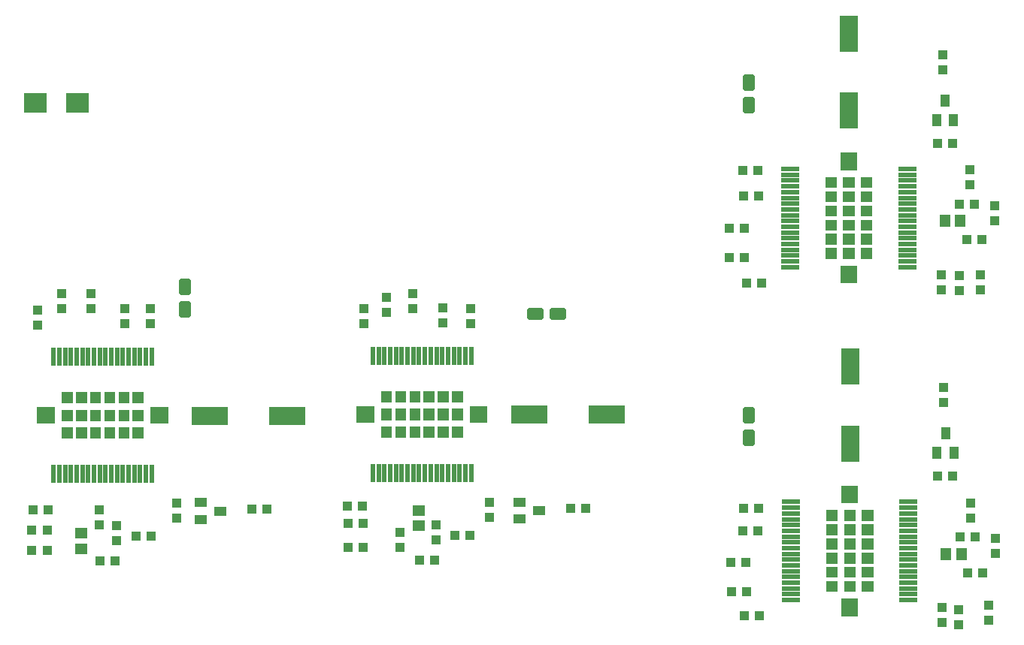
<source format=gtp>
G04 Layer_Color=8421504*
%FSLAX25Y25*%
%MOIN*%
G70*
G01*
G75*
%ADD12R,0.07835X0.01890*%
%ADD15R,0.01890X0.07835*%
%ADD16R,0.03937X0.04331*%
%ADD17R,0.04331X0.03937*%
%ADD18R,0.09842X0.08661*%
%ADD19R,0.03937X0.05512*%
%ADD20R,0.05512X0.03937*%
%ADD21R,0.07874X0.16142*%
%ADD22R,0.04528X0.05787*%
G04:AMPARAMS|DCode=23|XSize=71.26mil|YSize=51.97mil|CornerRadius=6.5mil|HoleSize=0mil|Usage=FLASHONLY|Rotation=90.000|XOffset=0mil|YOffset=0mil|HoleType=Round|Shape=RoundedRectangle|*
%AMROUNDEDRECTD23*
21,1,0.07126,0.03898,0,0,90.0*
21,1,0.05827,0.05197,0,0,90.0*
1,1,0.01299,0.01949,0.02913*
1,1,0.01299,0.01949,-0.02913*
1,1,0.01299,-0.01949,-0.02913*
1,1,0.01299,-0.01949,0.02913*
%
%ADD23ROUNDEDRECTD23*%
%ADD24R,0.16142X0.07874*%
%ADD25R,0.05787X0.04528*%
G04:AMPARAMS|DCode=26|XSize=71.26mil|YSize=51.97mil|CornerRadius=6.5mil|HoleSize=0mil|Usage=FLASHONLY|Rotation=0.000|XOffset=0mil|YOffset=0mil|HoleType=Round|Shape=RoundedRectangle|*
%AMROUNDEDRECTD26*
21,1,0.07126,0.03898,0,0,0.0*
21,1,0.05827,0.05197,0,0,0.0*
1,1,0.01299,0.02913,-0.01949*
1,1,0.01299,-0.02913,-0.01949*
1,1,0.01299,-0.02913,0.01949*
1,1,0.01299,0.02913,0.01949*
%
%ADD26ROUNDEDRECTD26*%
G36*
X175313Y139810D02*
X170431D01*
Y144889D01*
X175313D01*
Y139810D01*
D02*
G37*
G36*
X65223Y139410D02*
X60341D01*
Y144489D01*
X65223D01*
Y139410D01*
D02*
G37*
G36*
X181613Y139810D02*
X176731D01*
Y144889D01*
X181613D01*
Y139810D01*
D02*
G37*
G36*
X194211D02*
X189329D01*
Y144889D01*
X194211D01*
Y139810D01*
D02*
G37*
G36*
X187912D02*
X183030D01*
Y144889D01*
X187912D01*
Y139810D01*
D02*
G37*
G36*
X40026Y139410D02*
X35144D01*
Y144489D01*
X40026D01*
Y139410D01*
D02*
G37*
G36*
X33727D02*
X28845D01*
Y144489D01*
X33727D01*
Y139410D01*
D02*
G37*
G36*
X46325D02*
X41443D01*
Y144489D01*
X46325D01*
Y139410D01*
D02*
G37*
G36*
X58924D02*
X54042D01*
Y144489D01*
X58924D01*
Y139410D01*
D02*
G37*
G36*
X52624D02*
X47743D01*
Y144489D01*
X52624D01*
Y139410D01*
D02*
G37*
G36*
X33727Y147284D02*
X28845D01*
Y152363D01*
X33727D01*
Y147284D01*
D02*
G37*
G36*
X217656Y146613D02*
X209782D01*
Y153834D01*
X217656D01*
Y146613D01*
D02*
G37*
G36*
X40026Y147284D02*
X35144D01*
Y152363D01*
X40026D01*
Y147284D01*
D02*
G37*
G36*
X52624D02*
X47743D01*
Y152363D01*
X52624D01*
Y147284D01*
D02*
G37*
G36*
X46325D02*
X41443D01*
Y152363D01*
X46325D01*
Y147284D01*
D02*
G37*
G36*
X206809Y139810D02*
X201928D01*
Y144889D01*
X206809D01*
Y139810D01*
D02*
G37*
G36*
X200510D02*
X195628D01*
Y144889D01*
X200510D01*
Y139810D01*
D02*
G37*
G36*
X25872Y146213D02*
X17998D01*
Y153434D01*
X25872D01*
Y146213D01*
D02*
G37*
G36*
X167459Y146613D02*
X159585D01*
Y153834D01*
X167459D01*
Y146613D01*
D02*
G37*
G36*
X76069Y146213D02*
X68195D01*
Y153434D01*
X76069D01*
Y146213D01*
D02*
G37*
G36*
X388690Y77731D02*
X383611D01*
Y82613D01*
X388690D01*
Y77731D01*
D02*
G37*
G36*
X380816D02*
X375737D01*
Y82613D01*
X380816D01*
Y77731D01*
D02*
G37*
G36*
X372942Y84030D02*
X367863D01*
Y88912D01*
X372942D01*
Y84030D01*
D02*
G37*
G36*
X388690D02*
X383611D01*
Y88912D01*
X388690D01*
Y84030D01*
D02*
G37*
G36*
X380816D02*
X375737D01*
Y88912D01*
X380816D01*
Y84030D01*
D02*
G37*
G36*
X372942Y71431D02*
X367863D01*
Y76313D01*
X372942D01*
Y71431D01*
D02*
G37*
G36*
X381887Y60585D02*
X374666D01*
Y68459D01*
X381887D01*
Y60585D01*
D02*
G37*
G36*
X380816Y71431D02*
X375737D01*
Y76313D01*
X380816D01*
Y71431D01*
D02*
G37*
G36*
X372942Y77731D02*
X367863D01*
Y82613D01*
X372942D01*
Y77731D01*
D02*
G37*
G36*
X388690Y71431D02*
X383611D01*
Y76313D01*
X388690D01*
Y71431D01*
D02*
G37*
G36*
X372942Y102928D02*
X367863D01*
Y107809D01*
X372942D01*
Y102928D01*
D02*
G37*
G36*
X388690Y96628D02*
X383611D01*
Y101510D01*
X388690D01*
Y96628D01*
D02*
G37*
G36*
X380816Y102928D02*
X375737D01*
Y107809D01*
X380816D01*
Y102928D01*
D02*
G37*
G36*
X381887Y110782D02*
X374666D01*
Y118656D01*
X381887D01*
Y110782D01*
D02*
G37*
G36*
X388690Y102928D02*
X383611D01*
Y107809D01*
X388690D01*
Y102928D01*
D02*
G37*
G36*
X380816Y90329D02*
X375737D01*
Y95211D01*
X380816D01*
Y90329D01*
D02*
G37*
G36*
X372942D02*
X367863D01*
Y95211D01*
X372942D01*
Y90329D01*
D02*
G37*
G36*
X388690D02*
X383611D01*
Y95211D01*
X388690D01*
Y90329D01*
D02*
G37*
G36*
X380816Y96628D02*
X375737D01*
Y101510D01*
X380816D01*
Y96628D01*
D02*
G37*
G36*
X372942D02*
X367863D01*
Y101510D01*
X372942D01*
Y96628D01*
D02*
G37*
G36*
X388290Y225517D02*
X383211D01*
Y230399D01*
X388290D01*
Y225517D01*
D02*
G37*
G36*
X380416D02*
X375337D01*
Y230399D01*
X380416D01*
Y225517D01*
D02*
G37*
G36*
X372542Y231817D02*
X367463D01*
Y236698D01*
X372542D01*
Y231817D01*
D02*
G37*
G36*
X388290D02*
X383211D01*
Y236698D01*
X388290D01*
Y231817D01*
D02*
G37*
G36*
X380416D02*
X375337D01*
Y236698D01*
X380416D01*
Y231817D01*
D02*
G37*
G36*
X372542Y219218D02*
X367463D01*
Y224100D01*
X372542D01*
Y219218D01*
D02*
G37*
G36*
X381487Y208372D02*
X374266D01*
Y216246D01*
X381487D01*
Y208372D01*
D02*
G37*
G36*
X380416Y219218D02*
X375337D01*
Y224100D01*
X380416D01*
Y219218D01*
D02*
G37*
G36*
X372542Y225517D02*
X367463D01*
Y230399D01*
X372542D01*
Y225517D01*
D02*
G37*
G36*
X388290Y219218D02*
X383211D01*
Y224100D01*
X388290D01*
Y219218D01*
D02*
G37*
G36*
X372542Y250714D02*
X367463D01*
Y255596D01*
X372542D01*
Y250714D01*
D02*
G37*
G36*
X388290Y244415D02*
X383211D01*
Y249297D01*
X388290D01*
Y244415D01*
D02*
G37*
G36*
X380416Y250714D02*
X375337D01*
Y255596D01*
X380416D01*
Y250714D01*
D02*
G37*
G36*
X381487Y258569D02*
X374266D01*
Y266442D01*
X381487D01*
Y258569D01*
D02*
G37*
G36*
X388290Y250714D02*
X383211D01*
Y255596D01*
X388290D01*
Y250714D01*
D02*
G37*
G36*
X380416Y238116D02*
X375337D01*
Y242998D01*
X380416D01*
Y238116D01*
D02*
G37*
G36*
X372542D02*
X367463D01*
Y242998D01*
X372542D01*
Y238116D01*
D02*
G37*
G36*
X388290D02*
X383211D01*
Y242998D01*
X388290D01*
Y238116D01*
D02*
G37*
G36*
X380416Y244415D02*
X375337D01*
Y249297D01*
X380416D01*
Y244415D01*
D02*
G37*
G36*
X372542D02*
X367463D01*
Y249297D01*
X372542D01*
Y244415D01*
D02*
G37*
G36*
X200510Y147684D02*
X195628D01*
Y152763D01*
X200510D01*
Y147684D01*
D02*
G37*
G36*
X194211D02*
X189329D01*
Y152763D01*
X194211D01*
Y147684D01*
D02*
G37*
G36*
X206809D02*
X201928D01*
Y152763D01*
X206809D01*
Y147684D01*
D02*
G37*
G36*
X40026Y155158D02*
X35144D01*
Y160237D01*
X40026D01*
Y155158D01*
D02*
G37*
G36*
X33727D02*
X28845D01*
Y160237D01*
X33727D01*
Y155158D01*
D02*
G37*
G36*
X65223Y147284D02*
X60341D01*
Y152363D01*
X65223D01*
Y147284D01*
D02*
G37*
G36*
X58924D02*
X54042D01*
Y152363D01*
X58924D01*
Y147284D01*
D02*
G37*
G36*
X175313Y147684D02*
X170431D01*
Y152763D01*
X175313D01*
Y147684D01*
D02*
G37*
G36*
X187912D02*
X183030D01*
Y152763D01*
X187912D01*
Y147684D01*
D02*
G37*
G36*
X181613D02*
X176731D01*
Y152763D01*
X181613D01*
Y147684D01*
D02*
G37*
G36*
X187912Y155558D02*
X183030D01*
Y160637D01*
X187912D01*
Y155558D01*
D02*
G37*
G36*
X181613D02*
X176731D01*
Y160637D01*
X181613D01*
Y155558D01*
D02*
G37*
G36*
X194211D02*
X189329D01*
Y160637D01*
X194211D01*
Y155558D01*
D02*
G37*
G36*
X206809D02*
X201928D01*
Y160637D01*
X206809D01*
Y155558D01*
D02*
G37*
G36*
X200510D02*
X195628D01*
Y160637D01*
X200510D01*
Y155558D01*
D02*
G37*
G36*
X52624Y155158D02*
X47743D01*
Y160237D01*
X52624D01*
Y155158D01*
D02*
G37*
G36*
X46325D02*
X41443D01*
Y160237D01*
X46325D01*
Y155158D01*
D02*
G37*
G36*
X58924D02*
X54042D01*
Y160237D01*
X58924D01*
Y155158D01*
D02*
G37*
G36*
X175313Y155558D02*
X170431D01*
Y160637D01*
X175313D01*
Y155558D01*
D02*
G37*
G36*
X65223Y155158D02*
X60341D01*
Y160237D01*
X65223D01*
Y155158D01*
D02*
G37*
D12*
X351853Y215655D02*
D03*
Y218214D02*
D03*
Y220773D02*
D03*
Y223332D02*
D03*
Y225891D02*
D03*
Y228450D02*
D03*
Y231009D02*
D03*
Y233569D02*
D03*
Y236128D02*
D03*
Y238687D02*
D03*
Y241246D02*
D03*
Y243805D02*
D03*
Y246364D02*
D03*
Y248923D02*
D03*
Y251482D02*
D03*
Y254041D02*
D03*
Y256600D02*
D03*
Y259159D02*
D03*
X403900D02*
D03*
Y256600D02*
D03*
Y254041D02*
D03*
Y251482D02*
D03*
Y248923D02*
D03*
Y246364D02*
D03*
Y243805D02*
D03*
Y241246D02*
D03*
Y238687D02*
D03*
Y236128D02*
D03*
Y233569D02*
D03*
Y231009D02*
D03*
Y228450D02*
D03*
Y225891D02*
D03*
Y223332D02*
D03*
Y220773D02*
D03*
Y218214D02*
D03*
Y215655D02*
D03*
X352253Y67869D02*
D03*
Y70428D02*
D03*
Y72987D02*
D03*
Y75546D02*
D03*
Y78105D02*
D03*
Y80664D02*
D03*
Y83223D02*
D03*
Y85782D02*
D03*
Y88341D02*
D03*
Y90900D02*
D03*
Y93459D02*
D03*
Y96018D02*
D03*
Y98577D02*
D03*
Y101136D02*
D03*
Y103695D02*
D03*
Y106254D02*
D03*
Y108813D02*
D03*
Y111372D02*
D03*
X404300D02*
D03*
Y108813D02*
D03*
Y106254D02*
D03*
Y103695D02*
D03*
Y101136D02*
D03*
Y98577D02*
D03*
Y96018D02*
D03*
Y93459D02*
D03*
Y90900D02*
D03*
Y88341D02*
D03*
Y85782D02*
D03*
Y83223D02*
D03*
Y80664D02*
D03*
Y78105D02*
D03*
Y75546D02*
D03*
Y72987D02*
D03*
Y70428D02*
D03*
Y67869D02*
D03*
D15*
X166868Y176247D02*
D03*
X169428D02*
D03*
X171987D02*
D03*
X174546D02*
D03*
X177105D02*
D03*
X179664D02*
D03*
X182223D02*
D03*
X184782D02*
D03*
X187341D02*
D03*
X189900D02*
D03*
X192459D02*
D03*
X195018D02*
D03*
X197577D02*
D03*
X200136D02*
D03*
X202695D02*
D03*
X205254D02*
D03*
X207813D02*
D03*
X210372D02*
D03*
Y124200D02*
D03*
X207813D02*
D03*
X205254D02*
D03*
X202695D02*
D03*
X200136D02*
D03*
X197577D02*
D03*
X195018D02*
D03*
X192459D02*
D03*
X189900D02*
D03*
X187341D02*
D03*
X184782D02*
D03*
X182223D02*
D03*
X179664D02*
D03*
X177105D02*
D03*
X174546D02*
D03*
X171987D02*
D03*
X169428D02*
D03*
X166868D02*
D03*
X25282Y175847D02*
D03*
X27841D02*
D03*
X30400D02*
D03*
X32959D02*
D03*
X35518D02*
D03*
X38077D02*
D03*
X40636D02*
D03*
X43195D02*
D03*
X45754D02*
D03*
X48313D02*
D03*
X50872D02*
D03*
X53431D02*
D03*
X55990D02*
D03*
X58550D02*
D03*
X61109D02*
D03*
X63668D02*
D03*
X66227D02*
D03*
X68786D02*
D03*
Y123800D02*
D03*
X66227D02*
D03*
X63668D02*
D03*
X61109D02*
D03*
X58550D02*
D03*
X55990D02*
D03*
X53431D02*
D03*
X50872D02*
D03*
X48313D02*
D03*
X45754D02*
D03*
X43195D02*
D03*
X40636D02*
D03*
X38077D02*
D03*
X35518D02*
D03*
X32959D02*
D03*
X30400D02*
D03*
X27841D02*
D03*
X25282D02*
D03*
D16*
X436100Y205453D02*
D03*
Y212146D02*
D03*
X442453Y236173D02*
D03*
Y242866D02*
D03*
X439900Y58854D02*
D03*
Y65547D02*
D03*
X442853Y88387D02*
D03*
Y95079D02*
D03*
X419554Y303273D02*
D03*
Y309966D02*
D03*
X419800Y155640D02*
D03*
Y162333D02*
D03*
X28700Y203893D02*
D03*
Y197200D02*
D03*
X41700Y203847D02*
D03*
Y197153D02*
D03*
X431500Y258766D02*
D03*
Y252073D02*
D03*
X427000Y205153D02*
D03*
Y211846D02*
D03*
X418700Y205640D02*
D03*
Y212333D02*
D03*
X431900Y110979D02*
D03*
Y104287D02*
D03*
X426500Y56853D02*
D03*
Y63547D02*
D03*
X419100Y57854D02*
D03*
Y64547D02*
D03*
X218387Y104654D02*
D03*
Y111346D02*
D03*
X178987Y91172D02*
D03*
Y97865D02*
D03*
X194887Y101247D02*
D03*
Y94554D02*
D03*
X162700Y197346D02*
D03*
Y190654D02*
D03*
X210300Y197346D02*
D03*
Y190654D02*
D03*
X197687Y197646D02*
D03*
Y190954D02*
D03*
X80000Y104253D02*
D03*
Y110947D02*
D03*
X45400Y101300D02*
D03*
Y107993D02*
D03*
X53300Y100847D02*
D03*
Y94153D02*
D03*
X18300Y196546D02*
D03*
Y189854D02*
D03*
X68300Y197247D02*
D03*
Y190553D02*
D03*
X56900Y197247D02*
D03*
Y190553D02*
D03*
X184600Y197254D02*
D03*
Y203946D02*
D03*
X173000Y195454D02*
D03*
Y202147D02*
D03*
D17*
X155853Y91300D02*
D03*
X162547D02*
D03*
X187387Y85646D02*
D03*
X194079D02*
D03*
X15653Y90000D02*
D03*
X22346D02*
D03*
X45800Y85246D02*
D03*
X52493D02*
D03*
X254640Y108700D02*
D03*
X261333D02*
D03*
X113054Y108300D02*
D03*
X119746D02*
D03*
X324954Y219900D02*
D03*
X331646D02*
D03*
X324853Y232800D02*
D03*
X331546D02*
D03*
X423846Y270400D02*
D03*
X417154D02*
D03*
X436928Y227773D02*
D03*
X430235D02*
D03*
X426854Y243673D02*
D03*
X433546D02*
D03*
X332500Y208600D02*
D03*
X339193D02*
D03*
X330954Y258500D02*
D03*
X337647D02*
D03*
X331053Y247300D02*
D03*
X337747D02*
D03*
X423846Y123000D02*
D03*
X417154D02*
D03*
X437328Y79987D02*
D03*
X430635D02*
D03*
X427253Y95887D02*
D03*
X433947D02*
D03*
X331353Y60800D02*
D03*
X338047D02*
D03*
X331153Y108687D02*
D03*
X337846D02*
D03*
X330753Y98577D02*
D03*
X337446D02*
D03*
X209980Y96600D02*
D03*
X203287D02*
D03*
X155853Y102000D02*
D03*
X162547D02*
D03*
X155553Y109700D02*
D03*
X162247D02*
D03*
X68393Y96200D02*
D03*
X61700D02*
D03*
X15653Y99000D02*
D03*
X22346D02*
D03*
X16153Y108000D02*
D03*
X22847D02*
D03*
X332147Y84400D02*
D03*
X325453D02*
D03*
X332447Y71700D02*
D03*
X325753D02*
D03*
D18*
X35752Y288500D02*
D03*
X17248D02*
D03*
D19*
X416753Y280720D02*
D03*
X424234D02*
D03*
X420494Y289381D02*
D03*
X417000Y133087D02*
D03*
X424480D02*
D03*
X420740Y141748D02*
D03*
D20*
X231933Y111346D02*
D03*
Y103866D02*
D03*
X240595Y107606D02*
D03*
X90500Y111100D02*
D03*
Y103620D02*
D03*
X99161Y107360D02*
D03*
D21*
X378000Y285047D02*
D03*
Y319299D02*
D03*
X378400Y137261D02*
D03*
Y171513D02*
D03*
D22*
X427328Y236128D02*
D03*
X420399D02*
D03*
X427728Y88341D02*
D03*
X420799D02*
D03*
D23*
X333353Y297638D02*
D03*
Y287402D02*
D03*
X333600Y150005D02*
D03*
Y139769D02*
D03*
X83500Y196782D02*
D03*
Y207018D02*
D03*
D24*
X236261Y150100D02*
D03*
X270513D02*
D03*
X94674Y149700D02*
D03*
X128926D02*
D03*
D25*
X187341Y100772D02*
D03*
Y107701D02*
D03*
X37400Y90535D02*
D03*
Y97465D02*
D03*
D26*
X249005Y194900D02*
D03*
X238769D02*
D03*
M02*

</source>
